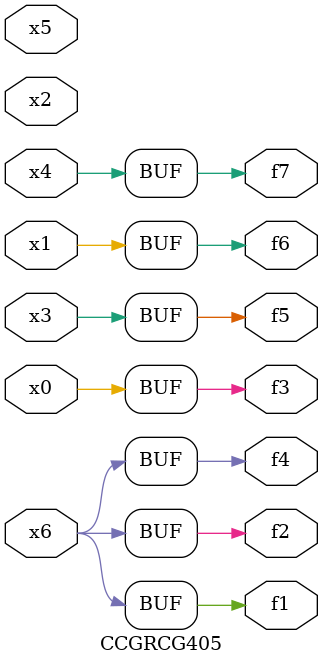
<source format=v>
module CCGRCG405(
	input x0, x1, x2, x3, x4, x5, x6,
	output f1, f2, f3, f4, f5, f6, f7
);
	assign f1 = x6;
	assign f2 = x6;
	assign f3 = x0;
	assign f4 = x6;
	assign f5 = x3;
	assign f6 = x1;
	assign f7 = x4;
endmodule

</source>
